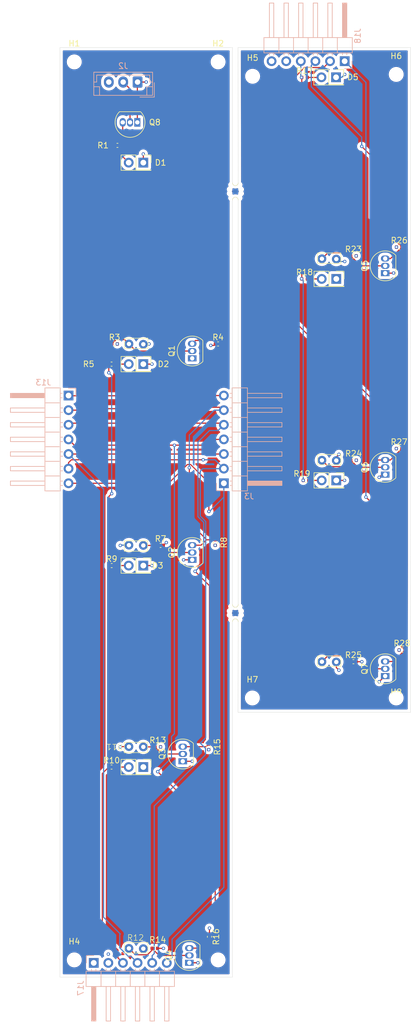
<source format=kicad_pcb>
(kicad_pcb (version 20240108) (generator "pcbnew") (generator_version "8.0")
  (layers (0 "F.Cu" signal) (1 "In1.Cu" power) (2 "In2.Cu" power) (31 "B.Cu" signal) (34 "B.Paste" user) (35 "F.Paste" user) (36 "B.SilkS" user "B.Silkscreen") (37 "F.SilkS" user "F.Silkscreen") (38 "B.Mask" user) (39 "F.Mask" user) (44 "Edge.Cuts" user))
  (net 0 "")
  (net 1 "GND")
  (net 2 "Net-(D2-A)")
  (net 3 "Net-(D3-A)")
  (net 4 "Net-(D4-A)")
  (net 5 "Net-(D5-A)")
  (net 6 "Net-(D6-A)")
  (net 7 "Net-(D7-A)")
  (net 8 "/Column_7_Rows/d3")
  (net 9 "/Column_7_Rows/d1")
  (net 10 "/Column_7_Rows/d4")
  (net 11 "/Column_7_Rows/d2")
  (net 12 "/Column_7_Rows/Column_voltage")
  (net 13 "+3.3V")
  (net 14 "Net-(D1-A)")
  (net 15 "Net-(Q2-B)")
  (net 16 "Net-(Q3-B)")
  (net 17 "Net-(Q4-B)")
  (net 18 "Net-(Q5-B)")
  (net 19 "Net-(Q6-B)")
  (net 20 "Net-(Q7-B)")
  (net 21 "/Column_7_Rows/column_voltage")
  (net 22 "Net-(Q1-B)")
  (net 23 "/Column_7_Rows/d7_1")
  (net 24 "/Column_7_Rows/d6_1")
  (net 25 "/Column_7_Rows/d5_1")
  (net 26 "/Column_7_Rows/column_voltage2")
  (net 27 "/Column_7_Rows/d6_0")
  (net 28 "/Column_7_Rows/d5_0")
  (net 29 "/Column_7_Rows/d7_0")
  (footprint "Capacitor_SMD:C_0402_1005Metric" (layer "F.Cu") (at 49.5 101 90)
    (property "Reference" "R8")
    (property "Value" "10k")
  )
  (footprint "Connector_PinSocket_2.54mm:PinSocket_2x01_P2.54mm_Vertical" (layer "F.Cu") (at 70.55 55.2)
    (property "Reference" "D6" (hide yes))
    (property "Value" "LED")
  )
  (footprint "Package_TO_SOT_THT:TO-92_Inline" (layer "F.Cu") (at 79.05 89.2 90)
    (property "Reference" "Q6")
    (property "Value" "2N3904")
  )
  (footprint "Package_TO_SOT_THT:TO-92_Inline" (layer "F.Cu") (at 79.05 54.2 90)
    (property "Reference" "Q5")
    (property "Value" "2N3904")
  )
  (footprint "MountingHole:MountingHole_2.1mm" (layer "F.Cu") (at 25 173.5)
    (property "Reference" "H4")
    (property "Value" "MountingHole" (hide yes))
  )
  (footprint "Package_TO_SOT_THT:TO-92_Inline" (layer "F.Cu") (at 45.5 69 90)
    (property "Reference" "Q1")
    (property "Value" "2N3904")
  )
  (footprint "Package_TO_SOT_THT:TO-92_Inline" (layer "F.Cu") (at 79.05 124.2 90)
    (property "Reference" "Q7")
    (property "Value" "2N3904")
  )
  (footprint "Connector_PinSocket_2.54mm:PinSocket_2x01_P2.54mm_Vertical" (layer "F.Cu") (at 70.55 90.2)
    (property "Reference" "D7" (hide yes))
    (property "Value" "LED")
  )
  (footprint "Library:LDR 2.5 horizontal" (layer "F.Cu") (at 69.3 51.7)
    (property "Reference" "R20" (hide yes))
    (property "Value" "LDR07")
  )
  (footprint "Capacitor_SMD:C_0402_1005Metric" (layer "F.Cu") (at 65.03 20.2)
    (property "Reference" "R17")
    (property "Value" "330")
  )
  (footprint "Library:LDR 2.5 horizontal" (layer "F.Cu") (at 35.75 171.5)
    (property "Reference" "R12")
    (property "Value" "LDR07")
  )
  (footprint "MountingHole:MountingHole_2.1mm" (layer "F.Cu") (at 55.957664 128)
    (property "Reference" "H7")
    (property "Value" "MountingHole")
  )
  (footprint "Resistor_SMD:R_0402_1005Metric" (layer "F.Cu") (at 81.975328 119.675)
    (property "Reference" "R28")
    (property "Value" "10k")
  )
  (footprint "Capacitor_SMD:C_0402_1005Metric" (layer "F.Cu") (at 81.485328 49.675)
    (property "Reference" "R26")
    (property "Value" "10k")
  )
  (footprint "Capacitor_SMD:C_0402_1005Metric" (layer "F.Cu") (at 39 171.5)
    (property "Reference" "R14")
    (property "Value" "10k")
  )
  (footprint "Capacitor_SMD:C_0402_1005Metric" (layer "F.Cu") (at 81.465328 84.675)
    (property "Reference" "R27")
    (property "Value" "10k")
  )
  (footprint "Capacitor_SMD:C_0402_1005Metric" (layer "F.Cu") (at 31.48 70)
    (property "Reference" "R5")
    (property "Value" "330")
  )
  (footprint "Capacitor_SMD:C_0402_1005Metric" (layer "F.Cu") (at 39.52 136.5)
    (property "Reference" "R13")
    (property "Value" "10k")
  )
  (footprint "Package_TO_SOT_THT:TO-92_Inline" (layer "F.Cu") (at 45 174 90)
    (property "Reference" "Q4")
    (property "Value" "2N3904")
  )
  (footprint "Library:LDR 2.5 horizontal" (layer "F.Cu") (at 69.3 86.7)
    (property "Reference" "R21" (hide yes))
    (property "Value" "LDR07")
  )
  (footprint "Capacitor_SMD:C_0402_1005Metric" (layer "F.Cu") (at 73.55 86.7)
    (property "Reference" "R24")
    (property "Value" "10k")
  )
  (footprint "MountingHole:MountingHole_2.1mm" (layer "F.Cu") (at 80.957664 128)
    (property "Reference" "H8")
    (property "Value" "MountingHole" (hide yes))
  )
  (footprint "Capacitor_SMD:C_0402_1005Metric" (layer "F.Cu") (at 31.5 105)
    (property "Reference" "R9")
    (property "Value" "330")
  )
  (footprint "Library:LDR 2.5 horizontal" (layer "F.Cu") (at 35.75 66.5)
    (property "Reference" "R2" (hide yes))
    (property "Value" "LDR07")
  )
  (footprint "Connector_PinSocket_2.54mm:PinSocket_2x01_P2.54mm_Vertical" (layer "F.Cu") (at 37 140)
    (property "Reference" "D4" (hide yes))
    (property "Value" "LED")
  )
  (footprint "MountingHole:MountingHole_2.1mm" (layer "F.Cu") (at 50 17.5)
    (property "Reference" "H2")
    (property "Value" "MountingHole")
  )
  (footprint "Package_TO_SOT_THT:TO-92_Inline" (layer "F.Cu") (at 35.96 28 180)
    (property "Reference" "Q8")
    (property "Value" "2N3904")
  )
  (footprint "Package_TO_SOT_THT:TO-92_Inline" (layer "F.Cu") (at 43.86 139 90)
    (property "Reference" "Q3")
    (property "Value" "2N3904")
  )
  (footprint "Capacitor_SMD:C_0402_1005Metric" (layer "F.Cu") (at 31.48 140)
    (property "Reference" "R10")
    (property "Value" "330")
  )
  (footprint "Connector_PinSocket_2.54mm:PinSocket_2x01_P2.54mm_Vertical" (layer "F.Cu") (at 37 70)
    (property "Reference" "D2")
    (property "Value" "LED")
  )
  (footprint "Connector_PinSocket_2.54mm:PinSocket_2x01_P2.54mm_Vertical" (layer "F.Cu") (at 37 35)
    (property "Reference" "D1")
    (property "Value" "LED")
  )
  (footprint "Capacitor_SMD:C_0402_1005Metric" (layer "F.Cu") (at 65.28 90.2)
    (property "Reference" "R19")
    (property "Value" "330")
  )
  (footprint "Library:LDR 2.5 horizontal" (layer "F.Cu") (at 69.3 121.7)
    (property "Reference" "R22" (hide yes))
    (property "Value" "LDR07")
  )
  (footprint "Capacitor_SMD:C_0402_1005Metric" (layer "F.Cu") (at 32.5 32)
    (property "Reference" "R1")
    (property "Value" "330")
  )
  (footprint "Connector_PinSocket_2.54mm:PinSocket_2x01_P2.54mm_Vertical" (layer "F.Cu") (at 70.507664 20.175)
    (property "Reference" "D5")
    (property "Value" "LED")
  )
  (footprint "MountingHole:MountingHole_2.1mm" (layer "F.Cu") (at 50 173.5)
    (property "Reference" "H3" (hide yes))
    (property "Value" "MountingHole")
  )
  (footprint "Capacitor_SMD:C_0402_1005Metric" (layer "F.Cu") (at 73.53 121.7)
    (property "Reference" "R25")
    (property "Value" "10k")
  )
  (footprint "Library:LDR 2.5 horizontal" (layer "F.Cu") (at 35.75 136.5 180)
    (property "Reference" "R11")
    (property "Value" "LDR07")
  )
  (footprint "Capacitor_SMD:C_0402_1005Metric" (layer "F.Cu") (at 65.03 55.2)
    (property "Reference" "R18")
    (property "Value" "330")
  )
  (footprint "Capacitor_SMD:C_0402_1005Metric" (layer "F.Cu") (at 32 66.5)
    (property "Reference" "R3")
    (property "Value" "10k")
  )
  (footprint "Package_TO_SOT_THT:TO-92_Inline" (layer "F.Cu") (at 45.5 104 90)
    (property "Reference" "Q2")
    (property "Value" "2N3904")
  )
  (footprint "Library:LDR 2.5 horizontal" (layer "F.Cu") (at 35.75 101.5 180)
    (property "Reference" "R6" (hide yes))
    (property "Value" "LDR07")
  )
  (footprint "Capacitor_SMD:C_0402_1005Metric" (layer "F.Cu") (at 48.36 136.5 90)
    (property "Reference" "R15")
    (property "Value" "10k")
  )
  (footprint "Connector_PinSocket_2.54mm:PinSocket_2x01_P2.54mm_Vertical" (layer "F.Cu") (at 37 105)
    (property "Reference" "D3")
    (property "Value" "LED")
  )
  (footprint "Capacitor_SMD:C_0402_1005Metric" (layer "F.Cu") (at 50 66.5)
    (property "Reference" "R4")
    (property "Value" "10k")
  )
  (footprint "Capacitor_SMD:C_0402_1005Metric" (layer "F.Cu") (at 73.53 51.2)
    (property "Reference" "R23")
    (property "Value" "10k")
  )
  (footprint "MountingHole:MountingHole_2.1mm" (layer "F.Cu") (at 56 20)
    (property "Reference" "H5")
    (property "Value" "MountingHole")
  )
  (footprint "MountingHole:MountingHole_2.1mm" (layer "F.Cu") (at 25 17.5)
    (property "Reference" "H1")
    (property "Value" "MountingHole" (hide yes))
  )
  (footprint "Library:mouse-bite-1mm-slot" (layer "F.Cu") (at 53 40 90)
    (property "Reference" "mouse-bite-1mm-slot" (hide yes))
    (property "Value" "VAL**" (hide yes))
  )
  (footprint "MountingHole:MountingHole_2.1mm" (layer "F.Cu") (at 80.965328 19.675)
    (property "Reference" "H6")
    (property "Value" "MountingHole" (hide yes))
  )
  (footprint "Capacitor_SMD:C_0402_1005Metric" (layer "F.Cu") (at 48.5 169.48 -90)
    (property "Reference" "R16")
    (property "Value" "10k")
  )
  (footprint "Library:mouse-bite-1mm-slot" (layer "F.Cu") (at 53 113.25 90)
    (property "Reference" "mouse-bite-1mm-slot" (hide yes))
    (property "Value" "VAL**" (hide yes))
  )
  (footprint "Capacitor_SMD:C_0402_1005Metric" (layer "F.Cu") (at 40 101.5)
    (property "Reference" "R7")
    (property "Value" "10k")
  )
  (footprint "Connector_PinHeader_2.54mm:PinHeader_1x07_P2.54mm_Horizontal" (layer "B.Cu") (at 24 75.46 180)
    (property "Reference" "J13")
    (property "Value" "Conn_01x07_Socket")
  )
  (footprint "Connector_PinHeader_2.54mm:PinHeader_1x07_P2.54mm_Horizontal" (layer "B.Cu") (at 51 90.7)
    (property "Reference" "J3")
    (property "Value" "Conn_01x10_Socket")
  )
  (footprint "Connector_PinHeader_2.54mm:PinHeader_1x06_P2.54mm_Horizontal" (layer "B.Cu") (at 72 17.375 90)
    (property "Reference" "J18")
    (property "Value" "Conn_01x06_Pin")
  )
  (footprint "Connector_PinHeader_2.54mm:PinHeader_1x06_P2.54mm_Horizontal" (layer "B.Cu") (at 28.38 174.025 -90)
    (property "Reference" "J17")
    (property "Value" "Conn_01x06_Pin")
  )
  (footprint "Connector_JST:JST_EH_B3B-EH-A_1x03_P2.50mm_Vertical" (layer "B.Cu") (at 36 21 180)
    (property "Reference" "J2")
    (property "Value" "Conn_01x03_Pin")
  )
  (gr_line (start 52.5 42.75) (end 52.5 41.5) (stroke (width 0.05)) (layer "Edge.Cuts"))
  (gr_line (start 22.5 176.5) (end 52.5 176.5) (stroke (width 0.05)) (layer "Edge.Cuts"))
  (gr_line (start 83.5 68) (end 83.5 71) (stroke (width 0.05)) (layer "Edge.Cuts"))
  (gr_line (start 83.5 99.75) (end 83.5 100.5) (stroke (width 0.05)) (layer "Edge.Cuts"))
  (gr_line (start 53.5 37.5) (end 53.457664 15) (stroke (width 0.05)) (layer "Edge.Cuts"))
  (gr_line (start 52.5 115.5) (end 52.5 114.75) (stroke (width 0.05)) (layer "Edge.Cuts"))
  (gr_line (start 53.5 110.75) (end 53.5 42.75) (stroke (width 0.05)) (layer "Edge.Cuts"))
  (gr_line (start 53.5 41.5) (end 53.5 42.75) (stroke (width 0.05)) (layer "Edge.Cuts"))
  (gr_arc (start 53.5 111.75) (mid 53 112.25) (end 52.5 111.75) (stroke (width 0.05)) (layer "Edge.Cuts"))
  (gr_line (start 83.457664 130.5) (end 53.457664 130.5) (stroke (width 0.05)) (layer "Edge.Cuts"))
  (gr_line (start 53.457664 15) (end 83.457664 15) (stroke (width 0.05)) (layer "Edge.Cuts"))
  (gr_line (start 53.5 37.5) (end 53.5 38.5) (stroke (width 0.05)) (layer "Edge.Cuts"))
  (gr_line (start 22.5 15) (end 22.5 176.5) (stroke (width 0.05)) (layer "Edge.Cuts"))
  (gr_line (start 83.5 67) (end 83.5 68) (stroke (width 0.05)) (layer "Edge.Cuts"))
  (gr_line (start 83.5 72) (end 83.5 71) (stroke (width 0.05)) (layer "Edge.Cuts"))
  (gr_line (start 83.457664 130.5) (end 83.5 104.25) (stroke (width 0.05)) (layer "Edge.Cuts"))
  (gr_arc (start 53.5 38.5) (mid 53 39) (end 52.5 38.5) (stroke (width 0.05)) (layer "Edge.Cuts"))
  (gr_line (start 52.5 110.75) (end 52.5 111.75) (stroke (width 0.05)) (layer "Edge.Cuts"))
  (gr_line (start 52.5 37.5) (end 52.5 38.5) (stroke (width 0.05)) (layer "Edge.Cuts"))
  (gr_line (start 52.5 176.5) (end 52.5 130.5) (stroke (width 0.05)) (layer "Edge.Cuts"))
  (gr_line (start 83.5 72) (end 83.5 99.75) (stroke (width 0.05)) (layer "Edge.Cuts"))
  (gr_line (start 83.5 104.25) (end 83.5 103.5) (stroke (width 0.05)) (layer "Edge.Cuts"))
  (gr_arc (start 52.5 114.75) (mid 53 114.25) (end 53.5 114.75) (stroke (width 0.05)) (layer "Edge.Cuts"))
  (gr_line (start 53.5 114.75) (end 53.5 115.5) (stroke (width 0.05)) (layer "Edge.Cuts"))
  (gr_line (start 83.5 103.5) (end 83.5 100.5) (stroke (width 0.05)) (layer "Edge.Cuts"))
  (gr_line (start 52.5 37.5) (end 52.5 15) (stroke (width 0.05)) (layer "Edge.Cuts"))
  (gr_arc (start 52.5 41.5) (mid 53 41) (end 53.5 41.5) (stroke (width 0.05)) (layer "Edge.Cuts"))
  (gr_line (start 52.5 110.75) (end 52.5 42.75) (stroke (width 0.05)) (layer "Edge.Cuts"))
  (gr_line (start 52.5 15) (end 22.5 15) (stroke (width 0.05)) (layer "Edge.Cuts"))
  (gr_line (start 83.5 67) (end 83.457664 15) (stroke (width 0.05)) (layer "Edge.Cuts"))
  (gr_line (start 53.5 110.75) (end 53.5 111.75) (stroke (width 0.05)) (layer "Edge.Cuts"))
  (gr_line (start 53.457664 130.5) (end 53.5 115.5) (stroke (width 0.05)) (layer "Edge.Cuts"))
  (gr_line (start 52.5 115.5) (end 52.5 130.5) (stroke (width 0.05)) (layer "Edge.Cuts"))
  (segment (start 37 70) (end 38.5 70) (width 0.2) (layer "F.Cu") (net 1))
  (segment (start 36 21) (end 37.5 21) (width 0.2) (layer "F.Cu") (net 1))
  (segment (start 79.05 54.2) (end 80.482664 54.2) (width 0.2) (layer "F.Cu") (net 1))
  (segment (start 37 105) (end 38.5 105) (width 0.2) (layer "F.Cu") (net 1))
  (segment (start 37 35) (end 37 33.5) (width 0.2) (layer "F.Cu") (net 1))
  (segment (start 78.982664 124.2) (end 78.007664 125.175) (width 0.2) (layer "F.Cu") (net 1))
  (segment (start 70.55 90.2) (end 71.982664 90.2) (width 0.2) (layer "F.Cu") (net 1))
  (segment (start 78.482664 89.2) (end 78.007664 89.675) (width 0.2) (layer "F.Cu") (net 1))
  (segment (start 35.96 21.04) (end 36 21) (width 0.2) (layer "F.Cu") (net 1))
  (segment (start 40.48 101.5) (end 40.5 101.5) (width 0.2) (layer "F.Cu") (net 1))
  (segment (start 79.05 89.2) (end 78.482664 89.2) (width 0.2) (layer "F.Cu") (net 1))
  (segment (start 40.5 101.5) (end 41 101) (width 0.2) (layer "F.Cu") (net 1))
  (segment (start 39.48 171.5) (end 40.5 171.5) (width 0.2) (layer "F.Cu") (net 1))
  (segment (start 80.482664 54.2) (end 80.507664 54.175) (width 0.2) (layer "F.Cu") (net 1))
  (segment (start 45.5 104) (end 44 104) (width 0.2) (layer "F.Cu") (net 1))
  (segment (start 74.01 121.7) (end 74.982664 121.7) (width 0.2) (layer "F.Cu") (net 1))
  (segment (start 43.86 139) (end 45.5 139) (width 0.2) (layer "F.Cu") (net 1))
  (segment (start 35.96 28) (end 35.96 21.04) (width 0.2) (layer "F.Cu") (net 1))
  (segment (start 45 174) (end 46.5 174) (width 0.2) (layer "F.Cu") (net 1))
  (segment (start 79.05 124.2) (end 78.982664 124.2) (width 0.2) (layer "F.Cu") (net 1))
  (via (at 40 136.5) (size 0.6) (drill 0.3) (layers "F.Cu" "B.Cu") (net 1))
  (via (at 80.507664 54.175) (size 0.6) (drill 0.3) (layers "F.Cu" "B.Cu") (net 1))
  (via (at 44 104) (size 0.6) (drill 0.3) (layers "F.Cu" "B.Cu") (net 1))
  (via (at 74.982664 121.7) (size 0.6) (drill 0.3) (layers "F.Cu" "B.Cu") (net 1))
  (via (at 38.5 70) (size 0.6) (drill 0.3) (layers "F.Cu" "B.Cu") (net 1))
  (via (at 37 33.5) (size 0.6) (drill 0.3) (layers "F.Cu" "B.Cu") (net 1))
  (via (at 41 101) (size 0.6) (drill 0.3) (layers "F.Cu" "B.Cu") (net 1))
  (via (at 32.48 66.5) (size 0.6) (drill 0.3) (layers "F.Cu" "B.Cu") (net 1))
  (via (at 74.01 51.2) (size 0.6) (drill 0.3) (layers "F.Cu" "B.Cu") (net 1))
  (via (at 37.5 21) (size 0.6) (drill 0.3) (layers "F.Cu" "B.Cu") (net 1))
  (via (at 78.007664 89.675) (size 0.6) (drill 0.3) (layers "F.Cu" "B.Cu") (net 1))
  (via (at 74.03 86.7) (size 0.6) (drill 0.3) (layers "F.Cu" "B.Cu") (net 1))
  (via (at 72.007664 19.675) (size 0.6) (drill 0.3) (layers "F.Cu" "B.Cu") (net 1))
  (via (at 71.982664 90.2) (size 0.6) (drill 0.3) (layers "F.Cu" "B.Cu") (net 1))
  (via (at 78.007664 125.175) (size 0.6) (drill 0.3) (layers "F.Cu" "B.Cu") (net 1))
  (via (at 38.5 105) (size 0.6) (drill 0.3) (layers "F.Cu" "B.Cu") (net 1))
  (via (at 45.5 139) (size 0.6) (drill 0.3) (layers "F.Cu" "B.Cu") (net 1))
  (via (at 46.5 174) (size 0.6) (drill 0.3) (layers "F.Cu" "B.Cu") (net 1))
  (via (at 40.5 171.5) (size 0.6) (drill 0.3) (layers "F.Cu" "B.Cu") (net 1))
  (segment (start 71.507664 20.175) (end 72.007664 19.675) (width 0.2) (layer "B.Cu") (net 1))
  (segment (start 70.507664 20.175) (end 71.507664 20.175) (width 0.2) (layer "B.Cu") (net 1))
  (segment (start 31.96 70) (end 34.46 70) (width 0.2) (layer "F.Cu") (net 2))
  (segment (start 34.46 105) (end 31.98 105) (width 0.2) (layer "F.Cu") (net 3))
  (segment (start 31.96 140) (end 34.46 140) (width 0.2) (layer "F.Cu") (net 4))
  (segment (start 65.51 20.2) (end 67.942664 20.2) (width 0.2) (layer "F.Cu") (net 5))
  (segment (start 67.942664 20.2) (end 67.967664 20.175) (width 0.2) (layer "F.Cu") (net 5))
  (segment (start 65.51 55.2) (end 68.01 55.2) (width 0.2) (layer "F.Cu") (net 6))
  (segment (start 65.76 90.2) (end 68.01 90.2) (width 0.2) (layer "F.Cu") (net 7))
  (segment (start 48.5 108.5) (end 46 106) (width 0.2) (layer "F.Cu") (net 8))
  (segment (start 48.36 135.64) (end 48.5 135.5) (width 0.2) (layer "F.Cu") (net 8))
  (segment (start 43.86 136.46) (end 47.92 136.46) (width 0.2) (layer "F.Cu") (net 8))
  (segment (start 24 80.54) (end 24.28 80.26) (width 0.2) (layer "F.Cu") (net 8))
  (segment (start 48.36 136.02) (end 48.36 135.64) (width 0.2) (layer "F.Cu") (net 8))
  (segment (start 48.5 135.5) (end 48.5 108.5) (width 0.2) (layer "F.Cu") (net 8))
  (segment (start 35.5 80.26) (end 51.04 80.26) (width 0.2) (layer "F.Cu") (net 8))
  (segment (start 47.92 136.46) (end 48.36 136.02) (width 0.2) (layer "F.Cu") (net 8))
  (segment (start 24.28 80.26) (end 35.5 80.26) (width 0.2) (layer "F.Cu") (net 8))
  (via (at 46 106) (size 0.6) (drill 0.3) (layers "F.Cu" "B.Cu") (net 8))
  (segment (start 46 106) (end 47.5 104.5) (width 0.2) (layer "B.Cu") (net 8))
  (segment (start 50 81.54) (end 51 80.54) (width 0.2) (layer "B.Cu") (net 8))
  (segment (start 47.5 104.5) (end 47.5 97.5) (width 0.2) (layer "B.Cu") (net 8))
  (segment (start 46.5 83.54) (end 48.5 81.54) (width 0.2) (layer "B.Cu") (net 8))
  (segment (start 46.5 96.5) (end 46.5 83.54) (width 0.2) (layer "B.Cu") (net 8))
  (segment (start 47.5 97.5) (end 46.5 96.5) (width 0.2) (layer "B.Cu") (net 8))
  (segment (start 48.5 81.54) (end 50 81.54) (width 0.2) (layer "B.Cu") (net 8))
  (segment (start 46.5 75.5) (end 47.205 74.795) (width 0.2) (layer "F.Cu") (net 9))
  (segment (start 46.34 75.46) (end 46.3 75.5) (width 0.2) (layer "F.Cu") (net 9))
  (segment (start 45.5 66.46) (end 46.07 65.89) (width 0.2) (layer "F.Cu") (net 9))
  (segment (start 24.04 75.5) (end 46.3 75.5) (width 0.2) (layer "F.Cu") (net 9))
  (segment (start 47.205 69.775) (end 50.48 66.5) (width 0.2) (layer "F.Cu") (net 9))
  (segment (start 46.07 65.89) (end 49.87 65.89) (width 0.2) (layer "F.Cu") (net 9))
  (segment (start 51 75.46) (end 46.34 75.46) (width 0.2) (layer "F.Cu") (net 9))
  (segment (start 46.3 75.5) (end 46.5 75.5) (width 0.2) (layer "F.Cu") (net 9))
  (segment (start 47.205 74.795) (end 47.205 69.775) (width 0.2) (layer "F.Cu") (net 9))
  (segment (start 49.87 65.89) (end 50.48 66.5) (width 0.2) (layer "F.Cu") (net 9))
  (segment (start 24 75.46) (end 24.04 75.5) (width 0.2) (layer "F.Cu") (net 9))
  (segment (start 49.5 150.8) (end 39.5 140.8) (width 0.2) (layer "F.Cu") (net 10))
  (segment (start 48.5 84.08) (end 48.3 84.08) (width 0.2) (layer "F.Cu") (net 10))
  (segment (start 49.62 83.08) (end 48.62 84.08) (width 0.2) (layer "F.Cu") (net 10))
  (segment (start 51 83.08) (end 49.62 83.08) (width 0.2) (layer "F.Cu") (net 10))
  (segment (start 48.5 169.96) (end 49.04 169.96) (width 0.2) (layer "F.Cu") (net 10))
  (segment (start 49.5 169.5) (end 49.5 150.8) (width 0.2) (layer "F.Cu") (net 10))
  (segment (start 49.04 169.96) (end 49.5 169.5) (width 0.2) (layer "F.Cu") (net 10))
  (segment (start 48.3 84.08) (end 25 84.08) (width 0.2) (layer "F.Cu") (net 10))
  (segment (start 45 171.46) (end 47 171.46) (width 0.2) (layer "F.Cu") (net 10))
  (segment (start 48.62 84.08) (end 48.3 84.08) (width 0.2) (layer "F.Cu") (net 10))
  (segment (start 25 84.08) (end 24 83.08) (width 0.2) (layer "F.Cu") (net 10))
  (segment (start 47 171.46) (end 48.5 169.96) (width 0.2) (layer "F.Cu") (net 10))
  (via (at 39.5 140.8) (size 0.6) (drill 0.3) (layers "F.Cu" "B.Cu") (net 10))
  (via (at 42.4 84.1) (size 0.6) (drill 0.3) (layers "F.Cu" "B.Cu") (net 10))
  (segment (start 39.5 140.8) (end 41.9 138.4) (width 0.2) (layer "B.Cu") (net 10))
  (segment (start 41.9 134.7) (end 42.4 134.2) (width 0.2) (layer "B.Cu") (net 10))
  (segment (start 42.4 134.2) (end 42.4 84.1) (width 0.2) (layer "B.Cu") (net 10))
  (segment (start 41.9 138.4) (end 41.9 134.7) (width 0.2) (layer "B.Cu") (net 10))
  (segment (start 50.8 77.5) (end 51.04 77.74) (width 0.2) (layer "F.Cu") (net 11))
  (segment (start 27.2 77.74) (end 26.94 78) (width 0.2) (layer "F.Cu") (net 11))
  (segment (start 48.751177 77.523251) (end 48.774428 77.5) (width 0.2) (layer "F.Cu") (net 11))
  (segment (start 48 100.5) (end 45 97.5) (width 0.2) (layer "F.Cu") (net 11))
  (segment (start 33 77.74) (end 33.49 77.25) (width 0.2) (layer "F.Cu") (net 11))
  (segment (start 47.04 101.46) (end 48 100.5) (width 0.2) (layer "F.Cu") (net 11))
  (segment (start 47.881327 77.523251) (end 48.751177 77.523251) (width 0.2) (layer "F.Cu") (net 11))
  (segment (start 47.608076 77.25) (end 47.881327 77.523251) (width 0.2) (layer "F.Cu") (net 11))
  (segment (start 27.2 77.74) (end 33 77.74) (width 0.2) (layer "F.Cu") (net 11))
  (segment (start 48.774428 77.5) (end 50.8 77.5) (width 0.2) (layer "F.Cu") (net 11))
  (segment (start 33.49 77.25) (end 47.608076 77.25) (width 0.2) (layer "F.Cu") (net 11))
  (segment (start 48 100.5) (end 48.02 100.52) (width 0.2) (layer "F.Cu") (net 11))
  (segment (start 45 97.5) (end 45 88) (width 0.2) (layer "F.Cu") (net 11))
  (segment (start 48.02 100.52) (end 49.5 100.52) (width 0.2) (layer "F.Cu") (net 11))
  (segment (start 26.94 78) (end 24 78) (width 0.2) (layer "F.Cu") (net 11))
  (segment (start 45.5 101.46) (end 47.04 101.46) (width 0.2) (layer "F.Cu") (net 11))
  (via (at 45 88) (size 0.6) (drill 0.3) (layers "F.Cu" "B.Cu") (net 11))
  (segment (start 49.329503 78) (end 51 78) (width 0.2) (layer "B.Cu") (net 11))
  (segment (start 45 82.329503) (end 49.329503 78) (width 0.2) (layer "B.Cu") (net 11))
  (segment (start 45 88) (end 45 82.329503) (width 0.2) (layer "B.Cu") (net 11))
  (segment (start 34.69 22.19) (end 34.69 28) (width 0.2) (layer "F.Cu") (net 12))
  (segment (start 33.5 21) (end 34.69 22.19) (width 0.2) (layer "F.Cu") (net 12))
  (segment (start 71.007664 123.175) (end 70.55 122.717336) (width 0.2) (layer "F.Cu") (net 13))
  (segment (start 70.55 86.132664) (end 71.007664 85.675) (width 0.2) (layer "F.Cu") (net 13))
  (segment (start 48.5 169) (end 48.5 167.98) (width 0.2) (layer "F.Cu") (net 13))
  (segment (start 37.95 66.55) (end 38 66.5) (width 0.2) (layer "F.Cu") (net 13))
  (segment (start 33.05 136.45) (end 33 136.5) (width 0.2) (layer "F.Cu") (net 13))
  (segment (start 48.725 66.75) (end 49.27 66.75) (width 0.2) (layer "F.Cu") (net 13))
  (segment (start 30.92 172.42) (end 30.9 172.4) (width 0.2) (layer "F.Cu") (net 13))
  (segment (start 30.92 172.5) (end 30.92 172.42) (width 0.2) (layer "F.Cu") (net 13))
  (segment (start 70.55 122.717336) (end 70.55 121.75) (width 0.2) (layer "F.Cu") (net 13))
  (segment (start 34.5 136.45) (end 33.05 136.45) (width 0.2) (layer "F.Cu") (net 13))
  (segment (start 37 66.55) (end 37.95 66.55) (width 0.2) (layer "F.Cu") (net 13))
  (segment (start 49.27 66.75) (end 49.52 66.5) (width 0.2) (layer "F.Cu") (net 13))
  (via (at 30.92 172.5) (size 0.6) (drill 0.3) (layers "F.Cu" "B.Cu") (net 13))
  (via (at 49.5 101.48) (size 0.6) (drill 0.3) (layers "F.Cu" "B.Cu") (net 13))
  (via (at 48.5 167.98) (size 0.6) (drill 0.3) (layers "F.Cu" "B.Cu") (net 13))
  (via (at 72.007664 52.175) (size 0.6) (drill 0.3) (layers "F.Cu" "B.Cu") (net 13))
  (via (at 48.36 136.98) (size 0.6) (drill 0.3) (layers "F.Cu" "B.Cu") (net 13))
  (via (at 81.465328 119.675) (size 0.6) (drill 0.3) (layers "F.Cu" "B.Cu") (net 13))
  (via (at 48.725 66.75) (size 0.6) (drill 0.3) (layers "F.Cu" "B.Cu") (net 13))
  (via (at 81.005328 49.675) (size 0.6) (drill 0.3) (layers "F.Cu" "B.Cu") (net 13))
  (via (at 71.007664 85.675) (size 0.6) (drill 0.3) (layers "F.Cu" "B.Cu") (net 13))
  (via (at 33 101.5) (size 0.6) (drill 0.3) (layers "F.Cu" "B.Cu") (net 13))
  (via (at 71.007664 123.175) (size 0.6) (drill 0.3) (layers "F.Cu" "B.Cu") (net 13))
  (via (at 33 136.5) (size 0.6) (drill 0.3) (layers "F.Cu" "B.Cu") (net 13))
  (via (at 38 66.5) (size 0.6) (drill 0.3) (layers "F.Cu" "B.Cu") (net 13))
  (via (at 80.985328 84.675) (size 0.6) (drill 0.3) (layers "F.Cu" "B.Cu") (net 13))
  (segment (start 33.05 101.45) (end 33 101.5) (width 0.2) (layer "B.Cu") (net 13))
  (segment (start 34.5 101.45) (end 33.05 101.45) (width 0.2) (layer "B.Cu") (net 13))
  (segment (start 70.55 51.75) (end 70.975 52.175) (width 0.2) (layer "B.Cu") (net 13))
  (segment (start 70.975 52.175) (end 72.007664 52.175) (width 0.2) (layer "B.Cu") (net 13))
  (segment (start 32.98 32) (end 32.98 33.52) (width 0.2) (layer "F.Cu") (net 14))
  (segment (start 32.98 33.52) (end 34.46 35) (width 0.2) (layer "F.Cu") (net 14))
  (segment (start 37 101.5) (end 39.52 101.5) (width 0.2) (layer "F.Cu") (net 15))
  (segment (start 45.5 102.73) (end 40.75 102.73) (width 0.2) (layer "F.Cu") (net 15))
  (segment (start 40.75 102.73) (end 39.52 101.5) (width 0.2) (layer "F.Cu") (net 15))
  (segment (start 37 136.5) (end 39.04 136.5) (width 0.2) (layer "F.Cu") (net 16))
  (segment (start 40.27 137.73) (end 43.86 137.73) (width 0.2) (layer "F.Cu") (net 16))
  (segment (start 39.04 136.5) (end 40.27 137.73) (width 0.2) (layer "F.Cu") (net 16))
  (segment (start 38.52 171.809999) (end 38.52 171.5) (width 0.2) (layer "F.Cu") (net 17))
  (segment (start 34.5 171.5) (end 35.612 172.612) (width 0.2) (layer "F.Cu") (net 17))
  (segment (start 35.612 172.612) (end 37.717999 172.612) (width 0.2) (layer "F.Cu") (net 17))
  (segment (start 39.75 172.73) (end 45 172.73) (width 0.2) (layer "F.Cu") (net 17))
  (segment (start 37.717999 172.612) (end 38.52 171.809999) (width 0.2) (layer "F.Cu") (net 17))
  (segment (start 38.52 171.5) (end 39.75 172.73) (width 0.2) (layer "F.Cu") (net 17))
  (segment (start 69.062 50.688) (end 72.538 50.688) (width 0.2) (layer "F.Cu") (net 18))
  (segment (start 72.538 50.688) (end 73.05 51.2) (width 0.2) (layer "F.Cu") (net 18))
  (segment (start 73.05 51.2) (end 74.78 52.93) (width 0.2) (layer "F.Cu") (net 18))
  (segment (start 68.05 51.7) (end 69.062 50.688) (width 0.2) (layer "F.Cu") (net 18))
  (segment (start 74.78 52.93) (end 79.05 52.93) (width 0.2) (layer "F.Cu") (net 18))
  (segment (start 79.05 87.93) (end 74.3 87.93) (width 0.2) (layer "F.Cu") (net 19))
  (segment (start 71.958 87.812) (end 73.07 86.7) (width 0.2) (layer "F.Cu") (net 19))
  (segment (start 74.3 87.93) (end 73.07 86.7) (width 0.2) (layer "F.Cu") (net 19))
  (segment (start 68.05 86.7) (end 69.162 87.812) (width 0.2) (layer "F.Cu") (net 19))
  (segment (start 69.162 87.812) (end 71.958 87.812) (width 0.2) (layer "F.Cu") (net 19))
  (segment (start 68.05 121.7) (end 69.062 120.688) (width 0.2) (layer "F.Cu") (net 20))
  (segment (start 74.28 122.93) (end 79.05 122.93) (width 0.2) (layer "F.Cu") (net 20))
  (segment (start 72.038 120.688) (end 73.05 121.7) (width 0.2) (layer "F.Cu") (net 20))
  (segment (start 69.062 120.688) (end 72.038 120.688) (width 0.2) (layer "F.Cu") (net 20))
  (segment (start 73.05 121.7) (end 74.28 122.93) (width 0.2) (layer "F.Cu") (net 20))
  (segment (start 31.02 139.48) (end 31.02 105) (width 0.2) (layer "F.Cu") (net 21))
  (segment (start 29.87 141.13) (end 29.87 169.07) (width 0.2) (layer "F.Cu") (net 21))
  (segment (start 29.87 169.07) (end 32.6 171.8) (width 0.2) (layer "F.Cu") (net 21))
  (segment (start 33.42 28) (end 33.42 30.58) (width 0.2) (layer "F.Cu") (net 21))
  (segment (start 32.6 171.8) (end 32.6 173.165) (width 0.2) (layer "F.Cu") (net 21))
  (segment (start 30 69) (end 31 70) (width 0.2) (layer "F.Cu") (net 21))
  (segment (start 31 70) (end 31 71.5) (width 0.2) (layer "F.Cu") (net 21))
  (segment (start 31.02 105) (end 31.02 92.98) (width 0.2) (layer "F.Cu") (net 21))
  (segment (start 31 140) (end 31 139.5) (width 0.2) (layer "F.Cu") (net 21))
  (segment (start 33.42 30.58) (end 31.5 32.5) (width 0.2) (layer "F.Cu") (net 21))
  (segment (start 31.52 35) (end 31.52 61.98) (width 0.2) (layer "F.Cu") (net 21))
  (segment (start 31.52 61.98) (end 30 63.5) (width 0.2) (layer "F.Cu") (net 21))
  (segment (start 31.52 32.52) (end 31.52 35) (width 0.2) (layer "F.Cu") (net 21))
  (segment (start 31 139.5) (end 31.02 139.48) (width 0.2) (layer "F.Cu") (net 21))
  (segment (start 31.5 32.5) (end 31.52 32.52) (width 0.2) (layer "F.Cu") (net 21))
  (segment (start 30 63.5) (end 30 69) (width 0.2) (layer "F.Cu") (net 21))
  (segment (start 31 140) (end 29.87 141.13) (width 0.2) (layer "F.Cu") (net 21))
  (segment (start 32.6 173.165) (end 33.46 174.025) (width 0.2) (layer "F.Cu") (net 21))
  (segment (start 31.02 92.98) (end 31.5 92.5) (width 0.2) (layer "F.Cu") (net 21))
  (via (at 31 71.5) (size 0.6) (drill 0.3) (layers "F.Cu" "B.Cu") (net 21))
  (via (at 31.5 92.5) (size 0.6) (drill 0.3) (layers "F.Cu" "B.Cu") (net 21))
  (segment (start 31.5 72) (end 31 71.5) (width 0.2) (layer "B.Cu") (net 21))
  (segment (start 31.5 92.5) (end 31.5 72) (width 0.2) (layer "B.Cu") (net 21))
  (segment (start 34.5 66.5) (end 35.73 67.73) (width 0.2) (layer "F.Cu") (net 22))
  (segment (start 31.52 66.5) (end 32.281999 65.738001) (width 0.2) (layer "F.Cu") (net 22))
  (segment (start 35.73 67.73) (end 45.5 67.73) (width 0.2) (layer "F.Cu") (net 22))
  (segment (start 32.281999 65.738001) (end 33.738001 65.738001) (width 0.2) (layer "F.Cu") (net 22))
  (segment (start 33.738001 65.738001) (end 34.5 66.5) (width 0.2) (layer "F.Cu") (net 22))
  (segment (start 45.227818 87.45) (end 48.4 90.622182) (width 0.2) (layer "F.Cu") (net 23))
  (segment (start 24 90.7) (end 41.4 90.7) (width 0.2) (layer "F.Cu") (net 23))
  (segment (start 48.4 90.622182) (end 48.4 95.6) (width 0.2) (layer "F.Cu") (net 23))
  (segment (start 41.4 90.7) (end 44.65 87.45) (width 0.2) (layer "F.Cu") (net 23))
  (segment (start 44.65 87.45) (end 45.227818 87.45) (width 0.2) (layer "F.Cu") (net 23))
  (via (at 48.4 95.6) (size 0.6) (drill 0.3) (layers "F.Cu" "B.Cu") (net 23))
  (segment (start 42 173.105) (end 42 169.9) (width 0.2) (layer "B.Cu") (net 23))
  (segment (start 51 93.1) (end 48.5 95.6) (width 0.2) (layer "B.Cu") (net 23))
  (segment (start 51 160.9) (end 51 93.1) (width 0.2) (layer "B.Cu") (net 23))
  (segment (start 51 93.1) (end 51 90.7) (width 0.2) (layer "B.Cu") (net 23))
  (segment (start 41.08 174.025) (end 42 173.105) (width 0.2) (layer "B.Cu") (net 23))
  (segment (start 42 169.9) (end 51 160.9) (width 0.2) (layer "B.Cu") (net 23))
  (segment (start 48.5 95.6) (end 48.4 95.6) (width 0.2) (layer "B.Cu") (net 23))
  (segment (start 24 87.12) (end 24.5 86.62) (width 0.2) (layer "F.Cu") (net 24))
  (segment (start 24.5 86.62) (end 47.4 86.62) (width 0.2) (layer "F.Cu") (net 24))
  (segment (start 24 88.16) (end 24 87.12) (width 0.2) (layer "F.Cu") (net 24))
  (via (at 47.4 86.62) (size 0.6) (drill 0.3) (layers "F.Cu" "B.Cu") (net 24))
  (segment (start 38.9 146.762182) (end 47.81 137.852182) (width 0.2) (layer "B.Cu") (net 24))
  (segment (start 47.85 97.355026) (end 46.9 96.405026) (width 0.2) (layer "B.Cu") (net 24))
  (segment (start 47.85 134.892182) (end 47.85 97.355026) (width 0.2) (layer "B.Cu") (net 24))
  (segment (start 46.9 88.6) (end 47.34 88.16) (width 0.2) (layer "B.Cu") (net 24))
  (segment (start 38.54 172.76) (end 38.9 172.4) (width 0.2) (layer "B.Cu") (net 24))
  (segment (start 47.4 86.62) (end 49.46 86.62) (width 0.2) (layer "B.Cu") (net 24))
  (segment (start 47.81 136.752182) (end 46.9 135.842182) (width 0.2) (layer "B.Cu") (net 24))
  (segment (start 47.81 137.852182) (end 47.81 136.752182) (width 0.2) (layer "B.Cu") (net 24))
  (segment (start 49.46 86.62) (end 51 88.16) (width 0.2) (layer "B.Cu") (net 24))
  (segment (start 38.9 172.4) (end 38.9 146.762182) (width 0.2) (layer "B.Cu") (net 24))
  (segment (start 38.54 174.025) (end 38.54 172.76) (width 0.2) (layer "B.Cu") (net 24))
  (segment (start 46.9 135.842182) (end 47.85 134.892182) (width 0.2) (layer "B.Cu") (net 24))
  (segment (start 46.9 96.405026) (end 46.9 88.6) (width 0.2) (layer "B.Cu") (net 24))
  (segment (start 47.34 88.16) (end 51 88.16) (width 0.2) (layer "B.Cu") (net 24))
  (segment (start 51 85.62) (end 24 85.62) (width 0.2) (layer "F.Cu") (net 25))
  (segment (start 32.9 171.4) (end 32.9 169.1) (width 0.2) (layer "B.Cu") (net 25))
  (segment (start 30.1 166.1) (end 30.1 91.72) (width 0.2) (layer "B.Cu") (net 25))
  (segment (start 34.4 172.9) (end 32.9 171.4) (width 0.2) (layer "B.Cu") (net 25))
  (segment (start 36 174.025) (end 34.875 172.9) (width 0.2) (layer "B.Cu") (net 25))
  (segment (start 33 169) (end 30.1 166.1) (width 0.2) (layer "B.Cu") (net 25))
  (segment (start 32.9 169.1) (end 33 169) (width 0.2) (layer "B.Cu") (net 25))
  (segment (start 34.875 172.9) (end 34.4 172.9) (width 0.2) (layer "B.Cu") (net 25))
  (segment (start 30.1 91.72) (end 24 85.62) (width 0.2) (layer "B.Cu") (net 25))
  (segment (start 64.55 20.2) (end 64.55 55.2) (width 0.2) (layer "F.Cu") (net 26))
  (via (at 64.5 20.2) (size 0.6) (drill 0.3) (layers "F.Cu" "B.Cu") (net 26))
  (via (at 64.507664 55.175) (size 0.6) (drill 0.3) (layers "F.Cu" "B.Cu") (net 26))
  (via (at 64.8 90.2) (size 0.6) (drill 0.3) (layers "F.Cu" "B.Cu") (net 26))
  (segment (start 64.38 20.08) (end 64.5 20.2) (width 0.2) (layer "B.Cu") (net 26))
  (segment (start 64.8 55.467336) (end 64.507664 55.175) (width 0.2) (layer "B.Cu") (net 26))
  (segment (start 64.8 90.2) (end 64.8 55.467336) (width 0.2) (layer "B.Cu") (net 26))
  (segment (start 64.38 17.375) (end 64.38 20.08) (width 0.2) (layer "B.Cu") (net 26))
  (segment (start 68.36 18.475) (end 69.46 17.375) (width 0.2) (layer "F.Cu") (net 27))
  (segment (start 79.960328 86.66) (end 81.945328 84.675) (width 0.2) (layer "F.Cu") (net 27))
  (segment (start 65.025 18.475) (end 68.36 18.475) (width 0.2) (layer "F.Cu") (net 27))
  (segment (start 79.05 86.66) (end 79.960328 86.66) (width 0.2) (layer "F.Cu") (net 27))
  (segment (start 76.950328 86.66) (end 79.05 86.66) (width 0.2) (layer "F.Cu") (net 27))
  (segment (start 81.945328 84.675) (end 81.945328 81.245328) (width 0.2) (layer "F.Cu") (net 27))
  (segment (start 81.945328 81.245328) (end 61.3 60.6) (width 0.2) (layer "F.Cu") (net 27))
  (segment (start 61.3 60.6) (end 61.3 22.2) (width 0.2) (layer "F.Cu") (net 27))
  (segment (start 61.3 22.2) (end 65.025 18.475) (width 0.2) (layer "F.Cu") (net 27))
  (segment (start 76.757664 33.967336) (end 74.965328 32.175) (width 0.2) (layer "F.Cu") (net 28))
  (segment (start 81.965328 49.675) (end 76.757664 44.467336) (width 0.2) (layer "F.Cu") (net 28))
  (segment (start 76.757664 44.467336) (end 76.757664 33.967336) (width 0.2) (layer "F.Cu") (net 28))
  (segment (start 79.05 51.66) (end 79.980328 51.66) (width 0.2) (layer "F.Cu") (net 28))
  (segment (start 79.980328 51.66) (end 81.965328 49.675) (width 0.2) (layer "F.Cu") (net 28))
  (via (at 74.965328 32.175) (size 0.6) (drill 0.3) (layers "F.Cu" "B.Cu") (net 28))
  (segment (start 66.2 21.8) (end 66.2 18.095) (width 0.2) (layer "B.Cu") (net 28))
  (segment (start 74.965328 30.565328) (end 66.2 21.8) (width 0.2) (layer "B.Cu") (net 28))
  (segment (start 74.965328 32.175) (end 74.965328 30.565328) (width 0.2) (layer "B.Cu") (net 28))
  (segment (start 66.2 18.095) (end 66.92 17.375) (width 0.2) (layer "B.Cu") (net 28))
  (segment (start 79.485328 116.675) (end 79.485328 96.885328) (width 0.2) (layer "F.Cu") (net 29))
  (segment (start 80.500328 121.66) (end 82.485328 119.675) (width 0.2) (layer "F.Cu") (net 29))
  (segment (start 79.05 121.66) (end 80.500328 121.66) (width 0.2) (layer "F.Cu") (net 29))
  (segment (start 82.485328 119.675) (end 79.485328 116.675) (width 0.2) (layer "F.Cu") (net 29))
  (segment (start 79.485328 96.885328) (end 75.7 93.1) (width 0.2) (layer "F.Cu") (net 29))
  (via (at 75.7 93.1) (size 0.6) (drill 0.3) (layers "F.Cu" "B.Cu") (net 29))
  (segment (start 75.7 21.075) (end 72 17.375) (width 0.2) (layer "B.Cu") (net 29))
  (segment (start 75.7 93.1) (end 75.7 21.075) (width 0.2) (layer "B.Cu") (net 29))
  (zone (net 0) (net_name "") (layer "F.Cu") (connect_pads (clearance 0.5)) (min_thickness 0.25) (fill yes (thermal_gap 0.5) (thermal_bridge_width 0.5) (island_removal_mode 1) (island_area_min 10))
    (polygon (pts (xy 52.5 176.5) (xy 22.5 176.5) (xy 22.5 15) (xy 52.5 15)))
  )
  (zone (net 0) (net_name "") (layer "F.Cu") (priority 16) (connect_pads (clearance 0.5)) (min_thickness 0.25) (fill yes (thermal_gap 0.5) (thermal_bridge_width 0.5) (island_removal_mode 1) (island_area_min 10))
    (polygon (pts (xy 52.5 37.5) (xy 53.5 37.5) (xy 53.5 43) (xy 52.5 43)))
  )
  (zone (net 0) (net_name "") (layer "F.Cu") (priority 4) (connect_pads (clearance 0.5)) (min_thickness 0.25) (fill yes (thermal_gap 0.5) (thermal_bridge_width 0.5) (island_removal_mode 1) (island_area_min 10))
    (polygon (pts (xy 53.457664 15) (xy 83.457664 15) (xy 83.457664 130.5) (xy 53.457664 130.5)))
  )
  (zone (net 0) (net_name "") (layer "F.Cu") (priority 12) (connect_pads (clearance 0.5)) (min_thickness 0.25) (fill yes (thermal_gap 0.5) (thermal_bridge_width 0.5) (island_removal_mode 1) (island_area_min 10))
    (polygon (pts (xy 52.5 111) (xy 53.5 111) (xy 53.5 115.5) (xy 52.5 115.5)))
  )
  (zone (net 0) (net_name "") (layer "B.Cu") (priority 6) (connect_pads (clearance 0.5)) (min_thickness 0.25) (fill yes (thermal_gap 0.5) (thermal_bridge_width 0.5) (island_removal_mode 1) (island_area_min 10))
    (polygon (pts (xy 52.5 176.5) (xy 22.5 176.5) (xy 22.5 15) (xy 52.5 15)))
  )
  (zone (net 0) (net_name "") (layer "B.Cu") (priority 15) (connect_pads (clearance 0.5)) (min_thickness 0.25) (fill yes (thermal_gap 0.5) (thermal_bridge_width 0.5) (island_removal_mode 1) (island_area_min 10))
    (polygon (pts (xy 52.5 111) (xy 53.5 111) (xy 53.5 115.5) (xy 52.5 115.5)))
  )
  (zone (net 0) (net_name "") (layer "B.Cu") (priority 19) (connect_pads (clearance 0.5)) (min_thickness 0.25) (fill yes (thermal_gap 0.5) (thermal_bridge_width 0.5) (island_removal_mode 1) (island_area_min 10))
    (polygon (pts (xy 52.5 37.5) (xy 53.5 37.5) (xy 53.5 43) (xy 52.5 43)))
  )
  (zone (net 0) (net_name "") (layer "B.Cu") (priority 7) (connect_pads (clearance 0.5)) (min_thickness 0.25) (fill yes (thermal_gap 0.5) (thermal_bridge_width 0.5) (island_removal_mode 1) (island_area_min 10))
    (polygon (pts (xy 53.457664 130.5) (xy 53.457664 15) (xy 83.457664 15) (xy 83.457664 130.5)))
  )
)
</source>
